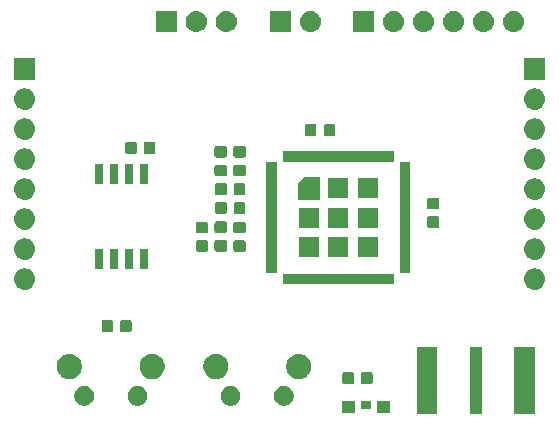
<source format=gbr>
G04 #@! TF.GenerationSoftware,KiCad,Pcbnew,(5.1.4)-1*
G04 #@! TF.CreationDate,2020-02-25T16:56:55+01:00*
G04 #@! TF.ProjectId,Master Thesis PCB,4d617374-6572-4205-9468-657369732050,rev?*
G04 #@! TF.SameCoordinates,Original*
G04 #@! TF.FileFunction,Soldermask,Top*
G04 #@! TF.FilePolarity,Negative*
%FSLAX46Y46*%
G04 Gerber Fmt 4.6, Leading zero omitted, Abs format (unit mm)*
G04 Created by KiCad (PCBNEW (5.1.4)-1) date 2020-02-25 16:56:55*
%MOMM*%
%LPD*%
G04 APERTURE LIST*
%ADD10C,0.001000*%
%ADD11C,0.100000*%
G04 APERTURE END LIST*
D10*
G36*
X125750000Y-89200000D02*
G01*
X125750000Y-91000000D01*
X123950000Y-91000000D01*
X123950000Y-89700000D01*
X124450000Y-89200000D01*
X125750000Y-89200000D01*
G37*
X125750000Y-89200000D02*
X125750000Y-91000000D01*
X123950000Y-91000000D01*
X123950000Y-89700000D01*
X124450000Y-89200000D01*
X125750000Y-89200000D01*
D11*
G36*
X144001000Y-109251000D02*
G01*
X142249000Y-109251000D01*
X142249000Y-103549000D01*
X144001000Y-103549000D01*
X144001000Y-109251000D01*
X144001000Y-109251000D01*
G37*
G36*
X139501000Y-109251000D02*
G01*
X138499000Y-109251000D01*
X138499000Y-103549000D01*
X139501000Y-103549000D01*
X139501000Y-109251000D01*
X139501000Y-109251000D01*
G37*
G36*
X135751000Y-109251000D02*
G01*
X133999000Y-109251000D01*
X133999000Y-103549000D01*
X135751000Y-103549000D01*
X135751000Y-109251000D01*
X135751000Y-109251000D01*
G37*
G36*
X131751000Y-109101000D02*
G01*
X130649000Y-109101000D01*
X130649000Y-108099000D01*
X131751000Y-108099000D01*
X131751000Y-109101000D01*
X131751000Y-109101000D01*
G37*
G36*
X128751000Y-109101000D02*
G01*
X127649000Y-109101000D01*
X127649000Y-108099000D01*
X128751000Y-108099000D01*
X128751000Y-109101000D01*
X128751000Y-109101000D01*
G37*
G36*
X130151000Y-108801000D02*
G01*
X129249000Y-108801000D01*
X129249000Y-108099000D01*
X130151000Y-108099000D01*
X130151000Y-108801000D01*
X130151000Y-108801000D01*
G37*
G36*
X122880444Y-106869151D02*
G01*
X122987540Y-106890454D01*
X123138863Y-106953134D01*
X123138864Y-106953135D01*
X123275048Y-107044130D01*
X123390870Y-107159952D01*
X123451533Y-107250741D01*
X123481866Y-107296137D01*
X123544546Y-107447460D01*
X123576500Y-107608104D01*
X123576500Y-107771896D01*
X123544546Y-107932540D01*
X123481866Y-108083863D01*
X123451533Y-108129259D01*
X123390870Y-108220048D01*
X123275048Y-108335870D01*
X123184259Y-108396533D01*
X123138863Y-108426866D01*
X122987540Y-108489546D01*
X122880444Y-108510849D01*
X122826897Y-108521500D01*
X122663103Y-108521500D01*
X122609556Y-108510849D01*
X122502460Y-108489546D01*
X122351137Y-108426866D01*
X122305741Y-108396533D01*
X122214952Y-108335870D01*
X122099130Y-108220048D01*
X122038467Y-108129259D01*
X122008134Y-108083863D01*
X121945454Y-107932540D01*
X121913500Y-107771896D01*
X121913500Y-107608104D01*
X121945454Y-107447460D01*
X122008134Y-107296137D01*
X122038467Y-107250741D01*
X122099130Y-107159952D01*
X122214952Y-107044130D01*
X122351136Y-106953135D01*
X122351137Y-106953134D01*
X122502460Y-106890454D01*
X122609556Y-106869151D01*
X122663103Y-106858500D01*
X122826897Y-106858500D01*
X122880444Y-106869151D01*
X122880444Y-106869151D01*
G37*
G36*
X110480444Y-106869151D02*
G01*
X110587540Y-106890454D01*
X110738863Y-106953134D01*
X110738864Y-106953135D01*
X110875048Y-107044130D01*
X110990870Y-107159952D01*
X111051533Y-107250741D01*
X111081866Y-107296137D01*
X111144546Y-107447460D01*
X111176500Y-107608104D01*
X111176500Y-107771896D01*
X111144546Y-107932540D01*
X111081866Y-108083863D01*
X111051533Y-108129259D01*
X110990870Y-108220048D01*
X110875048Y-108335870D01*
X110784259Y-108396533D01*
X110738863Y-108426866D01*
X110587540Y-108489546D01*
X110480444Y-108510849D01*
X110426897Y-108521500D01*
X110263103Y-108521500D01*
X110209556Y-108510849D01*
X110102460Y-108489546D01*
X109951137Y-108426866D01*
X109905741Y-108396533D01*
X109814952Y-108335870D01*
X109699130Y-108220048D01*
X109638467Y-108129259D01*
X109608134Y-108083863D01*
X109545454Y-107932540D01*
X109513500Y-107771896D01*
X109513500Y-107608104D01*
X109545454Y-107447460D01*
X109608134Y-107296137D01*
X109638467Y-107250741D01*
X109699130Y-107159952D01*
X109814952Y-107044130D01*
X109951136Y-106953135D01*
X109951137Y-106953134D01*
X110102460Y-106890454D01*
X110209556Y-106869151D01*
X110263103Y-106858500D01*
X110426897Y-106858500D01*
X110480444Y-106869151D01*
X110480444Y-106869151D01*
G37*
G36*
X105980444Y-106869151D02*
G01*
X106087540Y-106890454D01*
X106238863Y-106953134D01*
X106238864Y-106953135D01*
X106375048Y-107044130D01*
X106490870Y-107159952D01*
X106551533Y-107250741D01*
X106581866Y-107296137D01*
X106644546Y-107447460D01*
X106676500Y-107608104D01*
X106676500Y-107771896D01*
X106644546Y-107932540D01*
X106581866Y-108083863D01*
X106551533Y-108129259D01*
X106490870Y-108220048D01*
X106375048Y-108335870D01*
X106284259Y-108396533D01*
X106238863Y-108426866D01*
X106087540Y-108489546D01*
X105980444Y-108510849D01*
X105926897Y-108521500D01*
X105763103Y-108521500D01*
X105709556Y-108510849D01*
X105602460Y-108489546D01*
X105451137Y-108426866D01*
X105405741Y-108396533D01*
X105314952Y-108335870D01*
X105199130Y-108220048D01*
X105138467Y-108129259D01*
X105108134Y-108083863D01*
X105045454Y-107932540D01*
X105013500Y-107771896D01*
X105013500Y-107608104D01*
X105045454Y-107447460D01*
X105108134Y-107296137D01*
X105138467Y-107250741D01*
X105199130Y-107159952D01*
X105314952Y-107044130D01*
X105451136Y-106953135D01*
X105451137Y-106953134D01*
X105602460Y-106890454D01*
X105709556Y-106869151D01*
X105763103Y-106858500D01*
X105926897Y-106858500D01*
X105980444Y-106869151D01*
X105980444Y-106869151D01*
G37*
G36*
X118380444Y-106869151D02*
G01*
X118487540Y-106890454D01*
X118638863Y-106953134D01*
X118638864Y-106953135D01*
X118775048Y-107044130D01*
X118890870Y-107159952D01*
X118951533Y-107250741D01*
X118981866Y-107296137D01*
X119044546Y-107447460D01*
X119076500Y-107608104D01*
X119076500Y-107771896D01*
X119044546Y-107932540D01*
X118981866Y-108083863D01*
X118951533Y-108129259D01*
X118890870Y-108220048D01*
X118775048Y-108335870D01*
X118684259Y-108396533D01*
X118638863Y-108426866D01*
X118487540Y-108489546D01*
X118380444Y-108510849D01*
X118326897Y-108521500D01*
X118163103Y-108521500D01*
X118109556Y-108510849D01*
X118002460Y-108489546D01*
X117851137Y-108426866D01*
X117805741Y-108396533D01*
X117714952Y-108335870D01*
X117599130Y-108220048D01*
X117538467Y-108129259D01*
X117508134Y-108083863D01*
X117445454Y-107932540D01*
X117413500Y-107771896D01*
X117413500Y-107608104D01*
X117445454Y-107447460D01*
X117508134Y-107296137D01*
X117538467Y-107250741D01*
X117599130Y-107159952D01*
X117714952Y-107044130D01*
X117851136Y-106953135D01*
X117851137Y-106953134D01*
X118002460Y-106890454D01*
X118109556Y-106869151D01*
X118163103Y-106858500D01*
X118326897Y-106858500D01*
X118380444Y-106869151D01*
X118380444Y-106869151D01*
G37*
G36*
X130117091Y-105678085D02*
G01*
X130151069Y-105688393D01*
X130182390Y-105705134D01*
X130209839Y-105727661D01*
X130232366Y-105755110D01*
X130249107Y-105786431D01*
X130259415Y-105820409D01*
X130263500Y-105861890D01*
X130263500Y-106538110D01*
X130259415Y-106579591D01*
X130249107Y-106613569D01*
X130232366Y-106644890D01*
X130209839Y-106672339D01*
X130182390Y-106694866D01*
X130151069Y-106711607D01*
X130117091Y-106721915D01*
X130075610Y-106726000D01*
X129474390Y-106726000D01*
X129432909Y-106721915D01*
X129398931Y-106711607D01*
X129367610Y-106694866D01*
X129340161Y-106672339D01*
X129317634Y-106644890D01*
X129300893Y-106613569D01*
X129290585Y-106579591D01*
X129286500Y-106538110D01*
X129286500Y-105861890D01*
X129290585Y-105820409D01*
X129300893Y-105786431D01*
X129317634Y-105755110D01*
X129340161Y-105727661D01*
X129367610Y-105705134D01*
X129398931Y-105688393D01*
X129432909Y-105678085D01*
X129474390Y-105674000D01*
X130075610Y-105674000D01*
X130117091Y-105678085D01*
X130117091Y-105678085D01*
G37*
G36*
X128542091Y-105678085D02*
G01*
X128576069Y-105688393D01*
X128607390Y-105705134D01*
X128634839Y-105727661D01*
X128657366Y-105755110D01*
X128674107Y-105786431D01*
X128684415Y-105820409D01*
X128688500Y-105861890D01*
X128688500Y-106538110D01*
X128684415Y-106579591D01*
X128674107Y-106613569D01*
X128657366Y-106644890D01*
X128634839Y-106672339D01*
X128607390Y-106694866D01*
X128576069Y-106711607D01*
X128542091Y-106721915D01*
X128500610Y-106726000D01*
X127899390Y-106726000D01*
X127857909Y-106721915D01*
X127823931Y-106711607D01*
X127792610Y-106694866D01*
X127765161Y-106672339D01*
X127742634Y-106644890D01*
X127725893Y-106613569D01*
X127715585Y-106579591D01*
X127711500Y-106538110D01*
X127711500Y-105861890D01*
X127715585Y-105820409D01*
X127725893Y-105786431D01*
X127742634Y-105755110D01*
X127765161Y-105727661D01*
X127792610Y-105705134D01*
X127823931Y-105688393D01*
X127857909Y-105678085D01*
X127899390Y-105674000D01*
X128500610Y-105674000D01*
X128542091Y-105678085D01*
X128542091Y-105678085D01*
G37*
G36*
X111807576Y-104156444D02*
G01*
X111910357Y-104176889D01*
X112007175Y-104216993D01*
X112103994Y-104257096D01*
X112278258Y-104373535D01*
X112426465Y-104521742D01*
X112542904Y-104696006D01*
X112623111Y-104889644D01*
X112664000Y-105095204D01*
X112664000Y-105304796D01*
X112623111Y-105510356D01*
X112542904Y-105703994D01*
X112426465Y-105878258D01*
X112278258Y-106026465D01*
X112103994Y-106142904D01*
X112007175Y-106183007D01*
X111910357Y-106223111D01*
X111807576Y-106243556D01*
X111704796Y-106264000D01*
X111495204Y-106264000D01*
X111392424Y-106243555D01*
X111289643Y-106223111D01*
X111192825Y-106183008D01*
X111096006Y-106142904D01*
X110921742Y-106026465D01*
X110773535Y-105878258D01*
X110657096Y-105703994D01*
X110576889Y-105510356D01*
X110536000Y-105304796D01*
X110536000Y-105095204D01*
X110576889Y-104889644D01*
X110657096Y-104696006D01*
X110773535Y-104521742D01*
X110921742Y-104373535D01*
X111096006Y-104257096D01*
X111192825Y-104216992D01*
X111289643Y-104176889D01*
X111392424Y-104156444D01*
X111495204Y-104136000D01*
X111704796Y-104136000D01*
X111807576Y-104156444D01*
X111807576Y-104156444D01*
G37*
G36*
X124207576Y-104156444D02*
G01*
X124310357Y-104176889D01*
X124407175Y-104216993D01*
X124503994Y-104257096D01*
X124678258Y-104373535D01*
X124826465Y-104521742D01*
X124942904Y-104696006D01*
X125023111Y-104889644D01*
X125064000Y-105095204D01*
X125064000Y-105304796D01*
X125023111Y-105510356D01*
X124942904Y-105703994D01*
X124826465Y-105878258D01*
X124678258Y-106026465D01*
X124503994Y-106142904D01*
X124407175Y-106183007D01*
X124310357Y-106223111D01*
X124207576Y-106243556D01*
X124104796Y-106264000D01*
X123895204Y-106264000D01*
X123792424Y-106243555D01*
X123689643Y-106223111D01*
X123592825Y-106183008D01*
X123496006Y-106142904D01*
X123321742Y-106026465D01*
X123173535Y-105878258D01*
X123057096Y-105703994D01*
X122976889Y-105510356D01*
X122936000Y-105304796D01*
X122936000Y-105095204D01*
X122976889Y-104889644D01*
X123057096Y-104696006D01*
X123173535Y-104521742D01*
X123321742Y-104373535D01*
X123496006Y-104257096D01*
X123592825Y-104216992D01*
X123689643Y-104176889D01*
X123792424Y-104156444D01*
X123895204Y-104136000D01*
X124104796Y-104136000D01*
X124207576Y-104156444D01*
X124207576Y-104156444D01*
G37*
G36*
X117197576Y-104156444D02*
G01*
X117300357Y-104176889D01*
X117397175Y-104216993D01*
X117493994Y-104257096D01*
X117668258Y-104373535D01*
X117816465Y-104521742D01*
X117932904Y-104696006D01*
X118013111Y-104889644D01*
X118054000Y-105095204D01*
X118054000Y-105304796D01*
X118013111Y-105510356D01*
X117932904Y-105703994D01*
X117816465Y-105878258D01*
X117668258Y-106026465D01*
X117493994Y-106142904D01*
X117397175Y-106183007D01*
X117300357Y-106223111D01*
X117197576Y-106243556D01*
X117094796Y-106264000D01*
X116885204Y-106264000D01*
X116782424Y-106243555D01*
X116679643Y-106223111D01*
X116582825Y-106183008D01*
X116486006Y-106142904D01*
X116311742Y-106026465D01*
X116163535Y-105878258D01*
X116047096Y-105703994D01*
X115966889Y-105510356D01*
X115926000Y-105304796D01*
X115926000Y-105095204D01*
X115966889Y-104889644D01*
X116047096Y-104696006D01*
X116163535Y-104521742D01*
X116311742Y-104373535D01*
X116486006Y-104257096D01*
X116582825Y-104216992D01*
X116679643Y-104176889D01*
X116782424Y-104156444D01*
X116885204Y-104136000D01*
X117094796Y-104136000D01*
X117197576Y-104156444D01*
X117197576Y-104156444D01*
G37*
G36*
X104797576Y-104156444D02*
G01*
X104900357Y-104176889D01*
X104997175Y-104216993D01*
X105093994Y-104257096D01*
X105268258Y-104373535D01*
X105416465Y-104521742D01*
X105532904Y-104696006D01*
X105613111Y-104889644D01*
X105654000Y-105095204D01*
X105654000Y-105304796D01*
X105613111Y-105510356D01*
X105532904Y-105703994D01*
X105416465Y-105878258D01*
X105268258Y-106026465D01*
X105093994Y-106142904D01*
X104997175Y-106183007D01*
X104900357Y-106223111D01*
X104797576Y-106243556D01*
X104694796Y-106264000D01*
X104485204Y-106264000D01*
X104382424Y-106243555D01*
X104279643Y-106223111D01*
X104182825Y-106183008D01*
X104086006Y-106142904D01*
X103911742Y-106026465D01*
X103763535Y-105878258D01*
X103647096Y-105703994D01*
X103566889Y-105510356D01*
X103526000Y-105304796D01*
X103526000Y-105095204D01*
X103566889Y-104889644D01*
X103647096Y-104696006D01*
X103763535Y-104521742D01*
X103911742Y-104373535D01*
X104086006Y-104257096D01*
X104182825Y-104216992D01*
X104279643Y-104176889D01*
X104382424Y-104156444D01*
X104485204Y-104136000D01*
X104694796Y-104136000D01*
X104797576Y-104156444D01*
X104797576Y-104156444D01*
G37*
G36*
X108142091Y-101278085D02*
G01*
X108176069Y-101288393D01*
X108207390Y-101305134D01*
X108234839Y-101327661D01*
X108257366Y-101355110D01*
X108274107Y-101386431D01*
X108284415Y-101420409D01*
X108288500Y-101461890D01*
X108288500Y-102138110D01*
X108284415Y-102179591D01*
X108274107Y-102213569D01*
X108257366Y-102244890D01*
X108234839Y-102272339D01*
X108207390Y-102294866D01*
X108176069Y-102311607D01*
X108142091Y-102321915D01*
X108100610Y-102326000D01*
X107499390Y-102326000D01*
X107457909Y-102321915D01*
X107423931Y-102311607D01*
X107392610Y-102294866D01*
X107365161Y-102272339D01*
X107342634Y-102244890D01*
X107325893Y-102213569D01*
X107315585Y-102179591D01*
X107311500Y-102138110D01*
X107311500Y-101461890D01*
X107315585Y-101420409D01*
X107325893Y-101386431D01*
X107342634Y-101355110D01*
X107365161Y-101327661D01*
X107392610Y-101305134D01*
X107423931Y-101288393D01*
X107457909Y-101278085D01*
X107499390Y-101274000D01*
X108100610Y-101274000D01*
X108142091Y-101278085D01*
X108142091Y-101278085D01*
G37*
G36*
X109717091Y-101278085D02*
G01*
X109751069Y-101288393D01*
X109782390Y-101305134D01*
X109809839Y-101327661D01*
X109832366Y-101355110D01*
X109849107Y-101386431D01*
X109859415Y-101420409D01*
X109863500Y-101461890D01*
X109863500Y-102138110D01*
X109859415Y-102179591D01*
X109849107Y-102213569D01*
X109832366Y-102244890D01*
X109809839Y-102272339D01*
X109782390Y-102294866D01*
X109751069Y-102311607D01*
X109717091Y-102321915D01*
X109675610Y-102326000D01*
X109074390Y-102326000D01*
X109032909Y-102321915D01*
X108998931Y-102311607D01*
X108967610Y-102294866D01*
X108940161Y-102272339D01*
X108917634Y-102244890D01*
X108900893Y-102213569D01*
X108890585Y-102179591D01*
X108886500Y-102138110D01*
X108886500Y-101461890D01*
X108890585Y-101420409D01*
X108900893Y-101386431D01*
X108917634Y-101355110D01*
X108940161Y-101327661D01*
X108967610Y-101305134D01*
X108998931Y-101288393D01*
X109032909Y-101278085D01*
X109074390Y-101274000D01*
X109675610Y-101274000D01*
X109717091Y-101278085D01*
X109717091Y-101278085D01*
G37*
G36*
X100910443Y-96905519D02*
G01*
X100976627Y-96912037D01*
X101146466Y-96963557D01*
X101302991Y-97047222D01*
X101338729Y-97076552D01*
X101440186Y-97159814D01*
X101523448Y-97261271D01*
X101552778Y-97297009D01*
X101636443Y-97453534D01*
X101687963Y-97623373D01*
X101705359Y-97800000D01*
X101687963Y-97976627D01*
X101636443Y-98146466D01*
X101552778Y-98302991D01*
X101523448Y-98338729D01*
X101440186Y-98440186D01*
X101338729Y-98523448D01*
X101302991Y-98552778D01*
X101146466Y-98636443D01*
X100976627Y-98687963D01*
X100910443Y-98694481D01*
X100844260Y-98701000D01*
X100755740Y-98701000D01*
X100689557Y-98694481D01*
X100623373Y-98687963D01*
X100453534Y-98636443D01*
X100297009Y-98552778D01*
X100261271Y-98523448D01*
X100159814Y-98440186D01*
X100076552Y-98338729D01*
X100047222Y-98302991D01*
X99963557Y-98146466D01*
X99912037Y-97976627D01*
X99894641Y-97800000D01*
X99912037Y-97623373D01*
X99963557Y-97453534D01*
X100047222Y-97297009D01*
X100076552Y-97261271D01*
X100159814Y-97159814D01*
X100261271Y-97076552D01*
X100297009Y-97047222D01*
X100453534Y-96963557D01*
X100623373Y-96912037D01*
X100689557Y-96905519D01*
X100755740Y-96899000D01*
X100844260Y-96899000D01*
X100910443Y-96905519D01*
X100910443Y-96905519D01*
G37*
G36*
X144090443Y-96905519D02*
G01*
X144156627Y-96912037D01*
X144326466Y-96963557D01*
X144482991Y-97047222D01*
X144518729Y-97076552D01*
X144620186Y-97159814D01*
X144703448Y-97261271D01*
X144732778Y-97297009D01*
X144816443Y-97453534D01*
X144867963Y-97623373D01*
X144885359Y-97800000D01*
X144867963Y-97976627D01*
X144816443Y-98146466D01*
X144732778Y-98302991D01*
X144703448Y-98338729D01*
X144620186Y-98440186D01*
X144518729Y-98523448D01*
X144482991Y-98552778D01*
X144326466Y-98636443D01*
X144156627Y-98687963D01*
X144090443Y-98694481D01*
X144024260Y-98701000D01*
X143935740Y-98701000D01*
X143869557Y-98694481D01*
X143803373Y-98687963D01*
X143633534Y-98636443D01*
X143477009Y-98552778D01*
X143441271Y-98523448D01*
X143339814Y-98440186D01*
X143256552Y-98338729D01*
X143227222Y-98302991D01*
X143143557Y-98146466D01*
X143092037Y-97976627D01*
X143074641Y-97800000D01*
X143092037Y-97623373D01*
X143143557Y-97453534D01*
X143227222Y-97297009D01*
X143256552Y-97261271D01*
X143339814Y-97159814D01*
X143441271Y-97076552D01*
X143477009Y-97047222D01*
X143633534Y-96963557D01*
X143803373Y-96912037D01*
X143869557Y-96905519D01*
X143935740Y-96899000D01*
X144024260Y-96899000D01*
X144090443Y-96905519D01*
X144090443Y-96905519D01*
G37*
G36*
X132051000Y-98251000D02*
G01*
X122649000Y-98251000D01*
X122649000Y-97349000D01*
X132051000Y-97349000D01*
X132051000Y-98251000D01*
X132051000Y-98251000D01*
G37*
G36*
X122151000Y-97301000D02*
G01*
X121249000Y-97301000D01*
X121249000Y-87899000D01*
X122151000Y-87899000D01*
X122151000Y-97301000D01*
X122151000Y-97301000D01*
G37*
G36*
X133451000Y-97301000D02*
G01*
X132549000Y-97301000D01*
X132549000Y-87899000D01*
X133451000Y-87899000D01*
X133451000Y-97301000D01*
X133451000Y-97301000D01*
G37*
G36*
X111164928Y-95251764D02*
G01*
X111186009Y-95258160D01*
X111205445Y-95268548D01*
X111222476Y-95282524D01*
X111236452Y-95299555D01*
X111246840Y-95318991D01*
X111253236Y-95340072D01*
X111256000Y-95368140D01*
X111256000Y-96831860D01*
X111253236Y-96859928D01*
X111246840Y-96881009D01*
X111236452Y-96900445D01*
X111222476Y-96917476D01*
X111205445Y-96931452D01*
X111186009Y-96941840D01*
X111164928Y-96948236D01*
X111136860Y-96951000D01*
X110673140Y-96951000D01*
X110645072Y-96948236D01*
X110623991Y-96941840D01*
X110604555Y-96931452D01*
X110587524Y-96917476D01*
X110573548Y-96900445D01*
X110563160Y-96881009D01*
X110556764Y-96859928D01*
X110554000Y-96831860D01*
X110554000Y-95368140D01*
X110556764Y-95340072D01*
X110563160Y-95318991D01*
X110573548Y-95299555D01*
X110587524Y-95282524D01*
X110604555Y-95268548D01*
X110623991Y-95258160D01*
X110645072Y-95251764D01*
X110673140Y-95249000D01*
X111136860Y-95249000D01*
X111164928Y-95251764D01*
X111164928Y-95251764D01*
G37*
G36*
X107354928Y-95251764D02*
G01*
X107376009Y-95258160D01*
X107395445Y-95268548D01*
X107412476Y-95282524D01*
X107426452Y-95299555D01*
X107436840Y-95318991D01*
X107443236Y-95340072D01*
X107446000Y-95368140D01*
X107446000Y-96831860D01*
X107443236Y-96859928D01*
X107436840Y-96881009D01*
X107426452Y-96900445D01*
X107412476Y-96917476D01*
X107395445Y-96931452D01*
X107376009Y-96941840D01*
X107354928Y-96948236D01*
X107326860Y-96951000D01*
X106863140Y-96951000D01*
X106835072Y-96948236D01*
X106813991Y-96941840D01*
X106794555Y-96931452D01*
X106777524Y-96917476D01*
X106763548Y-96900445D01*
X106753160Y-96881009D01*
X106746764Y-96859928D01*
X106744000Y-96831860D01*
X106744000Y-95368140D01*
X106746764Y-95340072D01*
X106753160Y-95318991D01*
X106763548Y-95299555D01*
X106777524Y-95282524D01*
X106794555Y-95268548D01*
X106813991Y-95258160D01*
X106835072Y-95251764D01*
X106863140Y-95249000D01*
X107326860Y-95249000D01*
X107354928Y-95251764D01*
X107354928Y-95251764D01*
G37*
G36*
X109894928Y-95251764D02*
G01*
X109916009Y-95258160D01*
X109935445Y-95268548D01*
X109952476Y-95282524D01*
X109966452Y-95299555D01*
X109976840Y-95318991D01*
X109983236Y-95340072D01*
X109986000Y-95368140D01*
X109986000Y-96831860D01*
X109983236Y-96859928D01*
X109976840Y-96881009D01*
X109966452Y-96900445D01*
X109952476Y-96917476D01*
X109935445Y-96931452D01*
X109916009Y-96941840D01*
X109894928Y-96948236D01*
X109866860Y-96951000D01*
X109403140Y-96951000D01*
X109375072Y-96948236D01*
X109353991Y-96941840D01*
X109334555Y-96931452D01*
X109317524Y-96917476D01*
X109303548Y-96900445D01*
X109293160Y-96881009D01*
X109286764Y-96859928D01*
X109284000Y-96831860D01*
X109284000Y-95368140D01*
X109286764Y-95340072D01*
X109293160Y-95318991D01*
X109303548Y-95299555D01*
X109317524Y-95282524D01*
X109334555Y-95268548D01*
X109353991Y-95258160D01*
X109375072Y-95251764D01*
X109403140Y-95249000D01*
X109866860Y-95249000D01*
X109894928Y-95251764D01*
X109894928Y-95251764D01*
G37*
G36*
X108624928Y-95251764D02*
G01*
X108646009Y-95258160D01*
X108665445Y-95268548D01*
X108682476Y-95282524D01*
X108696452Y-95299555D01*
X108706840Y-95318991D01*
X108713236Y-95340072D01*
X108716000Y-95368140D01*
X108716000Y-96831860D01*
X108713236Y-96859928D01*
X108706840Y-96881009D01*
X108696452Y-96900445D01*
X108682476Y-96917476D01*
X108665445Y-96931452D01*
X108646009Y-96941840D01*
X108624928Y-96948236D01*
X108596860Y-96951000D01*
X108133140Y-96951000D01*
X108105072Y-96948236D01*
X108083991Y-96941840D01*
X108064555Y-96931452D01*
X108047524Y-96917476D01*
X108033548Y-96900445D01*
X108023160Y-96881009D01*
X108016764Y-96859928D01*
X108014000Y-96831860D01*
X108014000Y-95368140D01*
X108016764Y-95340072D01*
X108023160Y-95318991D01*
X108033548Y-95299555D01*
X108047524Y-95282524D01*
X108064555Y-95268548D01*
X108083991Y-95258160D01*
X108105072Y-95251764D01*
X108133140Y-95249000D01*
X108596860Y-95249000D01*
X108624928Y-95251764D01*
X108624928Y-95251764D01*
G37*
G36*
X144090443Y-94365519D02*
G01*
X144156627Y-94372037D01*
X144326466Y-94423557D01*
X144482991Y-94507222D01*
X144510858Y-94530092D01*
X144620186Y-94619814D01*
X144703448Y-94721271D01*
X144732778Y-94757009D01*
X144816443Y-94913534D01*
X144867963Y-95083373D01*
X144885359Y-95260000D01*
X144867963Y-95436627D01*
X144816443Y-95606466D01*
X144732778Y-95762991D01*
X144703448Y-95798729D01*
X144620186Y-95900186D01*
X144518729Y-95983448D01*
X144482991Y-96012778D01*
X144326466Y-96096443D01*
X144156627Y-96147963D01*
X144090442Y-96154482D01*
X144024260Y-96161000D01*
X143935740Y-96161000D01*
X143869558Y-96154482D01*
X143803373Y-96147963D01*
X143633534Y-96096443D01*
X143477009Y-96012778D01*
X143441271Y-95983448D01*
X143339814Y-95900186D01*
X143256552Y-95798729D01*
X143227222Y-95762991D01*
X143143557Y-95606466D01*
X143092037Y-95436627D01*
X143074641Y-95260000D01*
X143092037Y-95083373D01*
X143143557Y-94913534D01*
X143227222Y-94757009D01*
X143256552Y-94721271D01*
X143339814Y-94619814D01*
X143449142Y-94530092D01*
X143477009Y-94507222D01*
X143633534Y-94423557D01*
X143803373Y-94372037D01*
X143869558Y-94365518D01*
X143935740Y-94359000D01*
X144024260Y-94359000D01*
X144090443Y-94365519D01*
X144090443Y-94365519D01*
G37*
G36*
X100910443Y-94365519D02*
G01*
X100976627Y-94372037D01*
X101146466Y-94423557D01*
X101302991Y-94507222D01*
X101330858Y-94530092D01*
X101440186Y-94619814D01*
X101523448Y-94721271D01*
X101552778Y-94757009D01*
X101636443Y-94913534D01*
X101687963Y-95083373D01*
X101705359Y-95260000D01*
X101687963Y-95436627D01*
X101636443Y-95606466D01*
X101552778Y-95762991D01*
X101523448Y-95798729D01*
X101440186Y-95900186D01*
X101338729Y-95983448D01*
X101302991Y-96012778D01*
X101146466Y-96096443D01*
X100976627Y-96147963D01*
X100910442Y-96154482D01*
X100844260Y-96161000D01*
X100755740Y-96161000D01*
X100689558Y-96154482D01*
X100623373Y-96147963D01*
X100453534Y-96096443D01*
X100297009Y-96012778D01*
X100261271Y-95983448D01*
X100159814Y-95900186D01*
X100076552Y-95798729D01*
X100047222Y-95762991D01*
X99963557Y-95606466D01*
X99912037Y-95436627D01*
X99894641Y-95260000D01*
X99912037Y-95083373D01*
X99963557Y-94913534D01*
X100047222Y-94757009D01*
X100076552Y-94721271D01*
X100159814Y-94619814D01*
X100269142Y-94530092D01*
X100297009Y-94507222D01*
X100453534Y-94423557D01*
X100623373Y-94372037D01*
X100689557Y-94365519D01*
X100755740Y-94359000D01*
X100844260Y-94359000D01*
X100910443Y-94365519D01*
X100910443Y-94365519D01*
G37*
G36*
X125701000Y-95951000D02*
G01*
X123999000Y-95951000D01*
X123999000Y-94249000D01*
X125701000Y-94249000D01*
X125701000Y-95951000D01*
X125701000Y-95951000D01*
G37*
G36*
X128201000Y-95951000D02*
G01*
X126499000Y-95951000D01*
X126499000Y-94249000D01*
X128201000Y-94249000D01*
X128201000Y-95951000D01*
X128201000Y-95951000D01*
G37*
G36*
X130701000Y-95951000D02*
G01*
X128999000Y-95951000D01*
X128999000Y-94249000D01*
X130701000Y-94249000D01*
X130701000Y-95951000D01*
X130701000Y-95951000D01*
G37*
G36*
X119379591Y-94515585D02*
G01*
X119413569Y-94525893D01*
X119444890Y-94542634D01*
X119472339Y-94565161D01*
X119494866Y-94592610D01*
X119511607Y-94623931D01*
X119521915Y-94657909D01*
X119526000Y-94699390D01*
X119526000Y-95300610D01*
X119521915Y-95342091D01*
X119511607Y-95376069D01*
X119494866Y-95407390D01*
X119472339Y-95434839D01*
X119444890Y-95457366D01*
X119413569Y-95474107D01*
X119379591Y-95484415D01*
X119338110Y-95488500D01*
X118661890Y-95488500D01*
X118620409Y-95484415D01*
X118586431Y-95474107D01*
X118555110Y-95457366D01*
X118527661Y-95434839D01*
X118505134Y-95407390D01*
X118488393Y-95376069D01*
X118478085Y-95342091D01*
X118474000Y-95300610D01*
X118474000Y-94699390D01*
X118478085Y-94657909D01*
X118488393Y-94623931D01*
X118505134Y-94592610D01*
X118527661Y-94565161D01*
X118555110Y-94542634D01*
X118586431Y-94525893D01*
X118620409Y-94515585D01*
X118661890Y-94511500D01*
X119338110Y-94511500D01*
X119379591Y-94515585D01*
X119379591Y-94515585D01*
G37*
G36*
X116179591Y-94515585D02*
G01*
X116213569Y-94525893D01*
X116244890Y-94542634D01*
X116272339Y-94565161D01*
X116294866Y-94592610D01*
X116311607Y-94623931D01*
X116321915Y-94657909D01*
X116326000Y-94699390D01*
X116326000Y-95300610D01*
X116321915Y-95342091D01*
X116311607Y-95376069D01*
X116294866Y-95407390D01*
X116272339Y-95434839D01*
X116244890Y-95457366D01*
X116213569Y-95474107D01*
X116179591Y-95484415D01*
X116138110Y-95488500D01*
X115461890Y-95488500D01*
X115420409Y-95484415D01*
X115386431Y-95474107D01*
X115355110Y-95457366D01*
X115327661Y-95434839D01*
X115305134Y-95407390D01*
X115288393Y-95376069D01*
X115278085Y-95342091D01*
X115274000Y-95300610D01*
X115274000Y-94699390D01*
X115278085Y-94657909D01*
X115288393Y-94623931D01*
X115305134Y-94592610D01*
X115327661Y-94565161D01*
X115355110Y-94542634D01*
X115386431Y-94525893D01*
X115420409Y-94515585D01*
X115461890Y-94511500D01*
X116138110Y-94511500D01*
X116179591Y-94515585D01*
X116179591Y-94515585D01*
G37*
G36*
X117779591Y-94503085D02*
G01*
X117813569Y-94513393D01*
X117844890Y-94530134D01*
X117872339Y-94552661D01*
X117894866Y-94580110D01*
X117911607Y-94611431D01*
X117921915Y-94645409D01*
X117926000Y-94686890D01*
X117926000Y-95288110D01*
X117921915Y-95329591D01*
X117911607Y-95363569D01*
X117894866Y-95394890D01*
X117872339Y-95422339D01*
X117844890Y-95444866D01*
X117813569Y-95461607D01*
X117779591Y-95471915D01*
X117738110Y-95476000D01*
X117061890Y-95476000D01*
X117020409Y-95471915D01*
X116986431Y-95461607D01*
X116955110Y-95444866D01*
X116927661Y-95422339D01*
X116905134Y-95394890D01*
X116888393Y-95363569D01*
X116878085Y-95329591D01*
X116874000Y-95288110D01*
X116874000Y-94686890D01*
X116878085Y-94645409D01*
X116888393Y-94611431D01*
X116905134Y-94580110D01*
X116927661Y-94552661D01*
X116955110Y-94530134D01*
X116986431Y-94513393D01*
X117020409Y-94503085D01*
X117061890Y-94499000D01*
X117738110Y-94499000D01*
X117779591Y-94503085D01*
X117779591Y-94503085D01*
G37*
G36*
X119379591Y-92940585D02*
G01*
X119413569Y-92950893D01*
X119444890Y-92967634D01*
X119472339Y-92990161D01*
X119494866Y-93017610D01*
X119511607Y-93048931D01*
X119521915Y-93082909D01*
X119526000Y-93124390D01*
X119526000Y-93725610D01*
X119521915Y-93767091D01*
X119511607Y-93801069D01*
X119494866Y-93832390D01*
X119472339Y-93859839D01*
X119444890Y-93882366D01*
X119413569Y-93899107D01*
X119379591Y-93909415D01*
X119338110Y-93913500D01*
X118661890Y-93913500D01*
X118620409Y-93909415D01*
X118586431Y-93899107D01*
X118555110Y-93882366D01*
X118527661Y-93859839D01*
X118505134Y-93832390D01*
X118488393Y-93801069D01*
X118478085Y-93767091D01*
X118474000Y-93725610D01*
X118474000Y-93124390D01*
X118478085Y-93082909D01*
X118488393Y-93048931D01*
X118505134Y-93017610D01*
X118527661Y-92990161D01*
X118555110Y-92967634D01*
X118586431Y-92950893D01*
X118620409Y-92940585D01*
X118661890Y-92936500D01*
X119338110Y-92936500D01*
X119379591Y-92940585D01*
X119379591Y-92940585D01*
G37*
G36*
X116179591Y-92940585D02*
G01*
X116213569Y-92950893D01*
X116244890Y-92967634D01*
X116272339Y-92990161D01*
X116294866Y-93017610D01*
X116311607Y-93048931D01*
X116321915Y-93082909D01*
X116326000Y-93124390D01*
X116326000Y-93725610D01*
X116321915Y-93767091D01*
X116311607Y-93801069D01*
X116294866Y-93832390D01*
X116272339Y-93859839D01*
X116244890Y-93882366D01*
X116213569Y-93899107D01*
X116179591Y-93909415D01*
X116138110Y-93913500D01*
X115461890Y-93913500D01*
X115420409Y-93909415D01*
X115386431Y-93899107D01*
X115355110Y-93882366D01*
X115327661Y-93859839D01*
X115305134Y-93832390D01*
X115288393Y-93801069D01*
X115278085Y-93767091D01*
X115274000Y-93725610D01*
X115274000Y-93124390D01*
X115278085Y-93082909D01*
X115288393Y-93048931D01*
X115305134Y-93017610D01*
X115327661Y-92990161D01*
X115355110Y-92967634D01*
X115386431Y-92950893D01*
X115420409Y-92940585D01*
X115461890Y-92936500D01*
X116138110Y-92936500D01*
X116179591Y-92940585D01*
X116179591Y-92940585D01*
G37*
G36*
X117779591Y-92928085D02*
G01*
X117813569Y-92938393D01*
X117844890Y-92955134D01*
X117872339Y-92977661D01*
X117894866Y-93005110D01*
X117911607Y-93036431D01*
X117921915Y-93070409D01*
X117926000Y-93111890D01*
X117926000Y-93713110D01*
X117921915Y-93754591D01*
X117911607Y-93788569D01*
X117894866Y-93819890D01*
X117872339Y-93847339D01*
X117844890Y-93869866D01*
X117813569Y-93886607D01*
X117779591Y-93896915D01*
X117738110Y-93901000D01*
X117061890Y-93901000D01*
X117020409Y-93896915D01*
X116986431Y-93886607D01*
X116955110Y-93869866D01*
X116927661Y-93847339D01*
X116905134Y-93819890D01*
X116888393Y-93788569D01*
X116878085Y-93754591D01*
X116874000Y-93713110D01*
X116874000Y-93111890D01*
X116878085Y-93070409D01*
X116888393Y-93036431D01*
X116905134Y-93005110D01*
X116927661Y-92977661D01*
X116955110Y-92955134D01*
X116986431Y-92938393D01*
X117020409Y-92928085D01*
X117061890Y-92924000D01*
X117738110Y-92924000D01*
X117779591Y-92928085D01*
X117779591Y-92928085D01*
G37*
G36*
X100910443Y-91825519D02*
G01*
X100976627Y-91832037D01*
X101146466Y-91883557D01*
X101302991Y-91967222D01*
X101338729Y-91996552D01*
X101440186Y-92079814D01*
X101522070Y-92179591D01*
X101552778Y-92217009D01*
X101636443Y-92373534D01*
X101687963Y-92543373D01*
X101705359Y-92720000D01*
X101687963Y-92896627D01*
X101636443Y-93066466D01*
X101552778Y-93222991D01*
X101523448Y-93258729D01*
X101440186Y-93360186D01*
X101352233Y-93432366D01*
X101302991Y-93472778D01*
X101146466Y-93556443D01*
X100976627Y-93607963D01*
X100910443Y-93614481D01*
X100844260Y-93621000D01*
X100755740Y-93621000D01*
X100689557Y-93614481D01*
X100623373Y-93607963D01*
X100453534Y-93556443D01*
X100297009Y-93472778D01*
X100247767Y-93432366D01*
X100159814Y-93360186D01*
X100076552Y-93258729D01*
X100047222Y-93222991D01*
X99963557Y-93066466D01*
X99912037Y-92896627D01*
X99894641Y-92720000D01*
X99912037Y-92543373D01*
X99963557Y-92373534D01*
X100047222Y-92217009D01*
X100077930Y-92179591D01*
X100159814Y-92079814D01*
X100261271Y-91996552D01*
X100297009Y-91967222D01*
X100453534Y-91883557D01*
X100623373Y-91832037D01*
X100689557Y-91825519D01*
X100755740Y-91819000D01*
X100844260Y-91819000D01*
X100910443Y-91825519D01*
X100910443Y-91825519D01*
G37*
G36*
X144090443Y-91825519D02*
G01*
X144156627Y-91832037D01*
X144326466Y-91883557D01*
X144482991Y-91967222D01*
X144518729Y-91996552D01*
X144620186Y-92079814D01*
X144702070Y-92179591D01*
X144732778Y-92217009D01*
X144816443Y-92373534D01*
X144867963Y-92543373D01*
X144885359Y-92720000D01*
X144867963Y-92896627D01*
X144816443Y-93066466D01*
X144732778Y-93222991D01*
X144703448Y-93258729D01*
X144620186Y-93360186D01*
X144532233Y-93432366D01*
X144482991Y-93472778D01*
X144326466Y-93556443D01*
X144156627Y-93607963D01*
X144090443Y-93614481D01*
X144024260Y-93621000D01*
X143935740Y-93621000D01*
X143869557Y-93614481D01*
X143803373Y-93607963D01*
X143633534Y-93556443D01*
X143477009Y-93472778D01*
X143427767Y-93432366D01*
X143339814Y-93360186D01*
X143256552Y-93258729D01*
X143227222Y-93222991D01*
X143143557Y-93066466D01*
X143092037Y-92896627D01*
X143074641Y-92720000D01*
X143092037Y-92543373D01*
X143143557Y-92373534D01*
X143227222Y-92217009D01*
X143257930Y-92179591D01*
X143339814Y-92079814D01*
X143441271Y-91996552D01*
X143477009Y-91967222D01*
X143633534Y-91883557D01*
X143803373Y-91832037D01*
X143869557Y-91825519D01*
X143935740Y-91819000D01*
X144024260Y-91819000D01*
X144090443Y-91825519D01*
X144090443Y-91825519D01*
G37*
G36*
X135779591Y-92490585D02*
G01*
X135813569Y-92500893D01*
X135844890Y-92517634D01*
X135872339Y-92540161D01*
X135894866Y-92567610D01*
X135911607Y-92598931D01*
X135921915Y-92632909D01*
X135926000Y-92674390D01*
X135926000Y-93275610D01*
X135921915Y-93317091D01*
X135911607Y-93351069D01*
X135894866Y-93382390D01*
X135872339Y-93409839D01*
X135844890Y-93432366D01*
X135813569Y-93449107D01*
X135779591Y-93459415D01*
X135738110Y-93463500D01*
X135061890Y-93463500D01*
X135020409Y-93459415D01*
X134986431Y-93449107D01*
X134955110Y-93432366D01*
X134927661Y-93409839D01*
X134905134Y-93382390D01*
X134888393Y-93351069D01*
X134878085Y-93317091D01*
X134874000Y-93275610D01*
X134874000Y-92674390D01*
X134878085Y-92632909D01*
X134888393Y-92598931D01*
X134905134Y-92567610D01*
X134927661Y-92540161D01*
X134955110Y-92517634D01*
X134986431Y-92500893D01*
X135020409Y-92490585D01*
X135061890Y-92486500D01*
X135738110Y-92486500D01*
X135779591Y-92490585D01*
X135779591Y-92490585D01*
G37*
G36*
X130701000Y-93451000D02*
G01*
X128999000Y-93451000D01*
X128999000Y-91749000D01*
X130701000Y-91749000D01*
X130701000Y-93451000D01*
X130701000Y-93451000D01*
G37*
G36*
X125701000Y-93451000D02*
G01*
X123999000Y-93451000D01*
X123999000Y-91749000D01*
X125701000Y-91749000D01*
X125701000Y-93451000D01*
X125701000Y-93451000D01*
G37*
G36*
X128201000Y-93451000D02*
G01*
X126499000Y-93451000D01*
X126499000Y-91749000D01*
X128201000Y-91749000D01*
X128201000Y-93451000D01*
X128201000Y-93451000D01*
G37*
G36*
X117767091Y-91278085D02*
G01*
X117801069Y-91288393D01*
X117832390Y-91305134D01*
X117859839Y-91327661D01*
X117882366Y-91355110D01*
X117899107Y-91386431D01*
X117909415Y-91420409D01*
X117913500Y-91461890D01*
X117913500Y-92138110D01*
X117909415Y-92179591D01*
X117899107Y-92213569D01*
X117882366Y-92244890D01*
X117859839Y-92272339D01*
X117832390Y-92294866D01*
X117801069Y-92311607D01*
X117767091Y-92321915D01*
X117725610Y-92326000D01*
X117124390Y-92326000D01*
X117082909Y-92321915D01*
X117048931Y-92311607D01*
X117017610Y-92294866D01*
X116990161Y-92272339D01*
X116967634Y-92244890D01*
X116950893Y-92213569D01*
X116940585Y-92179591D01*
X116936500Y-92138110D01*
X116936500Y-91461890D01*
X116940585Y-91420409D01*
X116950893Y-91386431D01*
X116967634Y-91355110D01*
X116990161Y-91327661D01*
X117017610Y-91305134D01*
X117048931Y-91288393D01*
X117082909Y-91278085D01*
X117124390Y-91274000D01*
X117725610Y-91274000D01*
X117767091Y-91278085D01*
X117767091Y-91278085D01*
G37*
G36*
X119342091Y-91278085D02*
G01*
X119376069Y-91288393D01*
X119407390Y-91305134D01*
X119434839Y-91327661D01*
X119457366Y-91355110D01*
X119474107Y-91386431D01*
X119484415Y-91420409D01*
X119488500Y-91461890D01*
X119488500Y-92138110D01*
X119484415Y-92179591D01*
X119474107Y-92213569D01*
X119457366Y-92244890D01*
X119434839Y-92272339D01*
X119407390Y-92294866D01*
X119376069Y-92311607D01*
X119342091Y-92321915D01*
X119300610Y-92326000D01*
X118699390Y-92326000D01*
X118657909Y-92321915D01*
X118623931Y-92311607D01*
X118592610Y-92294866D01*
X118565161Y-92272339D01*
X118542634Y-92244890D01*
X118525893Y-92213569D01*
X118515585Y-92179591D01*
X118511500Y-92138110D01*
X118511500Y-91461890D01*
X118515585Y-91420409D01*
X118525893Y-91386431D01*
X118542634Y-91355110D01*
X118565161Y-91327661D01*
X118592610Y-91305134D01*
X118623931Y-91288393D01*
X118657909Y-91278085D01*
X118699390Y-91274000D01*
X119300610Y-91274000D01*
X119342091Y-91278085D01*
X119342091Y-91278085D01*
G37*
G36*
X135779591Y-90915585D02*
G01*
X135813569Y-90925893D01*
X135844890Y-90942634D01*
X135872339Y-90965161D01*
X135894866Y-90992610D01*
X135911607Y-91023931D01*
X135921915Y-91057909D01*
X135926000Y-91099390D01*
X135926000Y-91700610D01*
X135921915Y-91742091D01*
X135911607Y-91776069D01*
X135894866Y-91807390D01*
X135872339Y-91834839D01*
X135844890Y-91857366D01*
X135813569Y-91874107D01*
X135779591Y-91884415D01*
X135738110Y-91888500D01*
X135061890Y-91888500D01*
X135020409Y-91884415D01*
X134986431Y-91874107D01*
X134955110Y-91857366D01*
X134927661Y-91834839D01*
X134905134Y-91807390D01*
X134888393Y-91776069D01*
X134878085Y-91742091D01*
X134874000Y-91700610D01*
X134874000Y-91099390D01*
X134878085Y-91057909D01*
X134888393Y-91023931D01*
X134905134Y-90992610D01*
X134927661Y-90965161D01*
X134955110Y-90942634D01*
X134986431Y-90925893D01*
X135020409Y-90915585D01*
X135061890Y-90911500D01*
X135738110Y-90911500D01*
X135779591Y-90915585D01*
X135779591Y-90915585D01*
G37*
G36*
X144090442Y-89285518D02*
G01*
X144156627Y-89292037D01*
X144326466Y-89343557D01*
X144482991Y-89427222D01*
X144518729Y-89456552D01*
X144620186Y-89539814D01*
X144677570Y-89609738D01*
X144732778Y-89677009D01*
X144732779Y-89677011D01*
X144809428Y-89820409D01*
X144816443Y-89833534D01*
X144867963Y-90003373D01*
X144885359Y-90180000D01*
X144867963Y-90356627D01*
X144816443Y-90526466D01*
X144732778Y-90682991D01*
X144723032Y-90694866D01*
X144620186Y-90820186D01*
X144521712Y-90901000D01*
X144482991Y-90932778D01*
X144326466Y-91016443D01*
X144156627Y-91067963D01*
X144090443Y-91074481D01*
X144024260Y-91081000D01*
X143935740Y-91081000D01*
X143869557Y-91074481D01*
X143803373Y-91067963D01*
X143633534Y-91016443D01*
X143477009Y-90932778D01*
X143438288Y-90901000D01*
X143339814Y-90820186D01*
X143236968Y-90694866D01*
X143227222Y-90682991D01*
X143143557Y-90526466D01*
X143092037Y-90356627D01*
X143074641Y-90180000D01*
X143092037Y-90003373D01*
X143143557Y-89833534D01*
X143150573Y-89820409D01*
X143227221Y-89677011D01*
X143227222Y-89677009D01*
X143282430Y-89609738D01*
X143339814Y-89539814D01*
X143441271Y-89456552D01*
X143477009Y-89427222D01*
X143633534Y-89343557D01*
X143803373Y-89292037D01*
X143869558Y-89285518D01*
X143935740Y-89279000D01*
X144024260Y-89279000D01*
X144090442Y-89285518D01*
X144090442Y-89285518D01*
G37*
G36*
X100910442Y-89285518D02*
G01*
X100976627Y-89292037D01*
X101146466Y-89343557D01*
X101302991Y-89427222D01*
X101338729Y-89456552D01*
X101440186Y-89539814D01*
X101497570Y-89609738D01*
X101552778Y-89677009D01*
X101552779Y-89677011D01*
X101629428Y-89820409D01*
X101636443Y-89833534D01*
X101687963Y-90003373D01*
X101705359Y-90180000D01*
X101687963Y-90356627D01*
X101636443Y-90526466D01*
X101552778Y-90682991D01*
X101543032Y-90694866D01*
X101440186Y-90820186D01*
X101341712Y-90901000D01*
X101302991Y-90932778D01*
X101146466Y-91016443D01*
X100976627Y-91067963D01*
X100910443Y-91074481D01*
X100844260Y-91081000D01*
X100755740Y-91081000D01*
X100689557Y-91074481D01*
X100623373Y-91067963D01*
X100453534Y-91016443D01*
X100297009Y-90932778D01*
X100258288Y-90901000D01*
X100159814Y-90820186D01*
X100056968Y-90694866D01*
X100047222Y-90682991D01*
X99963557Y-90526466D01*
X99912037Y-90356627D01*
X99894641Y-90180000D01*
X99912037Y-90003373D01*
X99963557Y-89833534D01*
X99970573Y-89820409D01*
X100047221Y-89677011D01*
X100047222Y-89677009D01*
X100102430Y-89609738D01*
X100159814Y-89539814D01*
X100261271Y-89456552D01*
X100297009Y-89427222D01*
X100453534Y-89343557D01*
X100623373Y-89292037D01*
X100689558Y-89285518D01*
X100755740Y-89279000D01*
X100844260Y-89279000D01*
X100910442Y-89285518D01*
X100910442Y-89285518D01*
G37*
G36*
X130701000Y-90951000D02*
G01*
X128999000Y-90951000D01*
X128999000Y-89249000D01*
X130701000Y-89249000D01*
X130701000Y-90951000D01*
X130701000Y-90951000D01*
G37*
G36*
X128201000Y-90951000D02*
G01*
X126499000Y-90951000D01*
X126499000Y-89249000D01*
X128201000Y-89249000D01*
X128201000Y-90951000D01*
X128201000Y-90951000D01*
G37*
G36*
X119342091Y-89678085D02*
G01*
X119376069Y-89688393D01*
X119407390Y-89705134D01*
X119434839Y-89727661D01*
X119457366Y-89755110D01*
X119474107Y-89786431D01*
X119484415Y-89820409D01*
X119488500Y-89861890D01*
X119488500Y-90538110D01*
X119484415Y-90579591D01*
X119474107Y-90613569D01*
X119457366Y-90644890D01*
X119434839Y-90672339D01*
X119407390Y-90694866D01*
X119376069Y-90711607D01*
X119342091Y-90721915D01*
X119300610Y-90726000D01*
X118699390Y-90726000D01*
X118657909Y-90721915D01*
X118623931Y-90711607D01*
X118592610Y-90694866D01*
X118565161Y-90672339D01*
X118542634Y-90644890D01*
X118525893Y-90613569D01*
X118515585Y-90579591D01*
X118511500Y-90538110D01*
X118511500Y-89861890D01*
X118515585Y-89820409D01*
X118525893Y-89786431D01*
X118542634Y-89755110D01*
X118565161Y-89727661D01*
X118592610Y-89705134D01*
X118623931Y-89688393D01*
X118657909Y-89678085D01*
X118699390Y-89674000D01*
X119300610Y-89674000D01*
X119342091Y-89678085D01*
X119342091Y-89678085D01*
G37*
G36*
X117767091Y-89678085D02*
G01*
X117801069Y-89688393D01*
X117832390Y-89705134D01*
X117859839Y-89727661D01*
X117882366Y-89755110D01*
X117899107Y-89786431D01*
X117909415Y-89820409D01*
X117913500Y-89861890D01*
X117913500Y-90538110D01*
X117909415Y-90579591D01*
X117899107Y-90613569D01*
X117882366Y-90644890D01*
X117859839Y-90672339D01*
X117832390Y-90694866D01*
X117801069Y-90711607D01*
X117767091Y-90721915D01*
X117725610Y-90726000D01*
X117124390Y-90726000D01*
X117082909Y-90721915D01*
X117048931Y-90711607D01*
X117017610Y-90694866D01*
X116990161Y-90672339D01*
X116967634Y-90644890D01*
X116950893Y-90613569D01*
X116940585Y-90579591D01*
X116936500Y-90538110D01*
X116936500Y-89861890D01*
X116940585Y-89820409D01*
X116950893Y-89786431D01*
X116967634Y-89755110D01*
X116990161Y-89727661D01*
X117017610Y-89705134D01*
X117048931Y-89688393D01*
X117082909Y-89678085D01*
X117124390Y-89674000D01*
X117725610Y-89674000D01*
X117767091Y-89678085D01*
X117767091Y-89678085D01*
G37*
G36*
X125301000Y-90551000D02*
G01*
X124399000Y-90551000D01*
X124399000Y-89649000D01*
X125301000Y-89649000D01*
X125301000Y-90551000D01*
X125301000Y-90551000D01*
G37*
G36*
X111164928Y-88051764D02*
G01*
X111186009Y-88058160D01*
X111205445Y-88068548D01*
X111222476Y-88082524D01*
X111236452Y-88099555D01*
X111246840Y-88118991D01*
X111253236Y-88140072D01*
X111256000Y-88168140D01*
X111256000Y-89631860D01*
X111253236Y-89659928D01*
X111246840Y-89681009D01*
X111236452Y-89700445D01*
X111222476Y-89717476D01*
X111205445Y-89731452D01*
X111186009Y-89741840D01*
X111164928Y-89748236D01*
X111136860Y-89751000D01*
X110673140Y-89751000D01*
X110645072Y-89748236D01*
X110623991Y-89741840D01*
X110604555Y-89731452D01*
X110587524Y-89717476D01*
X110573548Y-89700445D01*
X110563160Y-89681009D01*
X110556764Y-89659928D01*
X110554000Y-89631860D01*
X110554000Y-88168140D01*
X110556764Y-88140072D01*
X110563160Y-88118991D01*
X110573548Y-88099555D01*
X110587524Y-88082524D01*
X110604555Y-88068548D01*
X110623991Y-88058160D01*
X110645072Y-88051764D01*
X110673140Y-88049000D01*
X111136860Y-88049000D01*
X111164928Y-88051764D01*
X111164928Y-88051764D01*
G37*
G36*
X107354928Y-88051764D02*
G01*
X107376009Y-88058160D01*
X107395445Y-88068548D01*
X107412476Y-88082524D01*
X107426452Y-88099555D01*
X107436840Y-88118991D01*
X107443236Y-88140072D01*
X107446000Y-88168140D01*
X107446000Y-89631860D01*
X107443236Y-89659928D01*
X107436840Y-89681009D01*
X107426452Y-89700445D01*
X107412476Y-89717476D01*
X107395445Y-89731452D01*
X107376009Y-89741840D01*
X107354928Y-89748236D01*
X107326860Y-89751000D01*
X106863140Y-89751000D01*
X106835072Y-89748236D01*
X106813991Y-89741840D01*
X106794555Y-89731452D01*
X106777524Y-89717476D01*
X106763548Y-89700445D01*
X106753160Y-89681009D01*
X106746764Y-89659928D01*
X106744000Y-89631860D01*
X106744000Y-88168140D01*
X106746764Y-88140072D01*
X106753160Y-88118991D01*
X106763548Y-88099555D01*
X106777524Y-88082524D01*
X106794555Y-88068548D01*
X106813991Y-88058160D01*
X106835072Y-88051764D01*
X106863140Y-88049000D01*
X107326860Y-88049000D01*
X107354928Y-88051764D01*
X107354928Y-88051764D01*
G37*
G36*
X108624928Y-88051764D02*
G01*
X108646009Y-88058160D01*
X108665445Y-88068548D01*
X108682476Y-88082524D01*
X108696452Y-88099555D01*
X108706840Y-88118991D01*
X108713236Y-88140072D01*
X108716000Y-88168140D01*
X108716000Y-89631860D01*
X108713236Y-89659928D01*
X108706840Y-89681009D01*
X108696452Y-89700445D01*
X108682476Y-89717476D01*
X108665445Y-89731452D01*
X108646009Y-89741840D01*
X108624928Y-89748236D01*
X108596860Y-89751000D01*
X108133140Y-89751000D01*
X108105072Y-89748236D01*
X108083991Y-89741840D01*
X108064555Y-89731452D01*
X108047524Y-89717476D01*
X108033548Y-89700445D01*
X108023160Y-89681009D01*
X108016764Y-89659928D01*
X108014000Y-89631860D01*
X108014000Y-88168140D01*
X108016764Y-88140072D01*
X108023160Y-88118991D01*
X108033548Y-88099555D01*
X108047524Y-88082524D01*
X108064555Y-88068548D01*
X108083991Y-88058160D01*
X108105072Y-88051764D01*
X108133140Y-88049000D01*
X108596860Y-88049000D01*
X108624928Y-88051764D01*
X108624928Y-88051764D01*
G37*
G36*
X109894928Y-88051764D02*
G01*
X109916009Y-88058160D01*
X109935445Y-88068548D01*
X109952476Y-88082524D01*
X109966452Y-88099555D01*
X109976840Y-88118991D01*
X109983236Y-88140072D01*
X109986000Y-88168140D01*
X109986000Y-89631860D01*
X109983236Y-89659928D01*
X109976840Y-89681009D01*
X109966452Y-89700445D01*
X109952476Y-89717476D01*
X109935445Y-89731452D01*
X109916009Y-89741840D01*
X109894928Y-89748236D01*
X109866860Y-89751000D01*
X109403140Y-89751000D01*
X109375072Y-89748236D01*
X109353991Y-89741840D01*
X109334555Y-89731452D01*
X109317524Y-89717476D01*
X109303548Y-89700445D01*
X109293160Y-89681009D01*
X109286764Y-89659928D01*
X109284000Y-89631860D01*
X109284000Y-88168140D01*
X109286764Y-88140072D01*
X109293160Y-88118991D01*
X109303548Y-88099555D01*
X109317524Y-88082524D01*
X109334555Y-88068548D01*
X109353991Y-88058160D01*
X109375072Y-88051764D01*
X109403140Y-88049000D01*
X109866860Y-88049000D01*
X109894928Y-88051764D01*
X109894928Y-88051764D01*
G37*
G36*
X117779591Y-88115585D02*
G01*
X117813569Y-88125893D01*
X117844890Y-88142634D01*
X117872339Y-88165161D01*
X117894866Y-88192610D01*
X117911607Y-88223931D01*
X117921915Y-88257909D01*
X117926000Y-88299390D01*
X117926000Y-88900610D01*
X117921915Y-88942091D01*
X117911607Y-88976069D01*
X117894866Y-89007390D01*
X117872339Y-89034839D01*
X117844890Y-89057366D01*
X117813569Y-89074107D01*
X117779591Y-89084415D01*
X117738110Y-89088500D01*
X117061890Y-89088500D01*
X117020409Y-89084415D01*
X116986431Y-89074107D01*
X116955110Y-89057366D01*
X116927661Y-89034839D01*
X116905134Y-89007390D01*
X116888393Y-88976069D01*
X116878085Y-88942091D01*
X116874000Y-88900610D01*
X116874000Y-88299390D01*
X116878085Y-88257909D01*
X116888393Y-88223931D01*
X116905134Y-88192610D01*
X116927661Y-88165161D01*
X116955110Y-88142634D01*
X116986431Y-88125893D01*
X117020409Y-88115585D01*
X117061890Y-88111500D01*
X117738110Y-88111500D01*
X117779591Y-88115585D01*
X117779591Y-88115585D01*
G37*
G36*
X119379591Y-88115585D02*
G01*
X119413569Y-88125893D01*
X119444890Y-88142634D01*
X119472339Y-88165161D01*
X119494866Y-88192610D01*
X119511607Y-88223931D01*
X119521915Y-88257909D01*
X119526000Y-88299390D01*
X119526000Y-88900610D01*
X119521915Y-88942091D01*
X119511607Y-88976069D01*
X119494866Y-89007390D01*
X119472339Y-89034839D01*
X119444890Y-89057366D01*
X119413569Y-89074107D01*
X119379591Y-89084415D01*
X119338110Y-89088500D01*
X118661890Y-89088500D01*
X118620409Y-89084415D01*
X118586431Y-89074107D01*
X118555110Y-89057366D01*
X118527661Y-89034839D01*
X118505134Y-89007390D01*
X118488393Y-88976069D01*
X118478085Y-88942091D01*
X118474000Y-88900610D01*
X118474000Y-88299390D01*
X118478085Y-88257909D01*
X118488393Y-88223931D01*
X118505134Y-88192610D01*
X118527661Y-88165161D01*
X118555110Y-88142634D01*
X118586431Y-88125893D01*
X118620409Y-88115585D01*
X118661890Y-88111500D01*
X119338110Y-88111500D01*
X119379591Y-88115585D01*
X119379591Y-88115585D01*
G37*
G36*
X100910443Y-86745519D02*
G01*
X100976627Y-86752037D01*
X101146466Y-86803557D01*
X101302991Y-86887222D01*
X101338729Y-86916552D01*
X101440186Y-86999814D01*
X101502069Y-87075220D01*
X101552778Y-87137009D01*
X101636443Y-87293534D01*
X101687963Y-87463373D01*
X101705359Y-87640000D01*
X101687963Y-87816627D01*
X101636443Y-87986466D01*
X101552778Y-88142991D01*
X101523448Y-88178729D01*
X101440186Y-88280186D01*
X101338729Y-88363448D01*
X101302991Y-88392778D01*
X101146466Y-88476443D01*
X100976627Y-88527963D01*
X100910443Y-88534481D01*
X100844260Y-88541000D01*
X100755740Y-88541000D01*
X100689557Y-88534481D01*
X100623373Y-88527963D01*
X100453534Y-88476443D01*
X100297009Y-88392778D01*
X100261271Y-88363448D01*
X100159814Y-88280186D01*
X100076552Y-88178729D01*
X100047222Y-88142991D01*
X99963557Y-87986466D01*
X99912037Y-87816627D01*
X99894641Y-87640000D01*
X99912037Y-87463373D01*
X99963557Y-87293534D01*
X100047222Y-87137009D01*
X100097931Y-87075220D01*
X100159814Y-86999814D01*
X100261271Y-86916552D01*
X100297009Y-86887222D01*
X100453534Y-86803557D01*
X100623373Y-86752037D01*
X100689557Y-86745519D01*
X100755740Y-86739000D01*
X100844260Y-86739000D01*
X100910443Y-86745519D01*
X100910443Y-86745519D01*
G37*
G36*
X144090443Y-86745519D02*
G01*
X144156627Y-86752037D01*
X144326466Y-86803557D01*
X144482991Y-86887222D01*
X144518729Y-86916552D01*
X144620186Y-86999814D01*
X144682069Y-87075220D01*
X144732778Y-87137009D01*
X144816443Y-87293534D01*
X144867963Y-87463373D01*
X144885359Y-87640000D01*
X144867963Y-87816627D01*
X144816443Y-87986466D01*
X144732778Y-88142991D01*
X144703448Y-88178729D01*
X144620186Y-88280186D01*
X144518729Y-88363448D01*
X144482991Y-88392778D01*
X144326466Y-88476443D01*
X144156627Y-88527963D01*
X144090443Y-88534481D01*
X144024260Y-88541000D01*
X143935740Y-88541000D01*
X143869557Y-88534481D01*
X143803373Y-88527963D01*
X143633534Y-88476443D01*
X143477009Y-88392778D01*
X143441271Y-88363448D01*
X143339814Y-88280186D01*
X143256552Y-88178729D01*
X143227222Y-88142991D01*
X143143557Y-87986466D01*
X143092037Y-87816627D01*
X143074641Y-87640000D01*
X143092037Y-87463373D01*
X143143557Y-87293534D01*
X143227222Y-87137009D01*
X143277931Y-87075220D01*
X143339814Y-86999814D01*
X143441271Y-86916552D01*
X143477009Y-86887222D01*
X143633534Y-86803557D01*
X143803373Y-86752037D01*
X143869557Y-86745519D01*
X143935740Y-86739000D01*
X144024260Y-86739000D01*
X144090443Y-86745519D01*
X144090443Y-86745519D01*
G37*
G36*
X132051000Y-87851000D02*
G01*
X122649000Y-87851000D01*
X122649000Y-86949000D01*
X132051000Y-86949000D01*
X132051000Y-87851000D01*
X132051000Y-87851000D01*
G37*
G36*
X119379591Y-86540585D02*
G01*
X119413569Y-86550893D01*
X119444890Y-86567634D01*
X119472339Y-86590161D01*
X119494866Y-86617610D01*
X119511607Y-86648931D01*
X119521915Y-86682909D01*
X119526000Y-86724390D01*
X119526000Y-87325610D01*
X119521915Y-87367091D01*
X119511607Y-87401069D01*
X119494866Y-87432390D01*
X119472339Y-87459839D01*
X119444890Y-87482366D01*
X119413569Y-87499107D01*
X119379591Y-87509415D01*
X119338110Y-87513500D01*
X118661890Y-87513500D01*
X118620409Y-87509415D01*
X118586431Y-87499107D01*
X118555110Y-87482366D01*
X118527661Y-87459839D01*
X118505134Y-87432390D01*
X118488393Y-87401069D01*
X118478085Y-87367091D01*
X118474000Y-87325610D01*
X118474000Y-86724390D01*
X118478085Y-86682909D01*
X118488393Y-86648931D01*
X118505134Y-86617610D01*
X118527661Y-86590161D01*
X118555110Y-86567634D01*
X118586431Y-86550893D01*
X118620409Y-86540585D01*
X118661890Y-86536500D01*
X119338110Y-86536500D01*
X119379591Y-86540585D01*
X119379591Y-86540585D01*
G37*
G36*
X117779591Y-86540585D02*
G01*
X117813569Y-86550893D01*
X117844890Y-86567634D01*
X117872339Y-86590161D01*
X117894866Y-86617610D01*
X117911607Y-86648931D01*
X117921915Y-86682909D01*
X117926000Y-86724390D01*
X117926000Y-87325610D01*
X117921915Y-87367091D01*
X117911607Y-87401069D01*
X117894866Y-87432390D01*
X117872339Y-87459839D01*
X117844890Y-87482366D01*
X117813569Y-87499107D01*
X117779591Y-87509415D01*
X117738110Y-87513500D01*
X117061890Y-87513500D01*
X117020409Y-87509415D01*
X116986431Y-87499107D01*
X116955110Y-87482366D01*
X116927661Y-87459839D01*
X116905134Y-87432390D01*
X116888393Y-87401069D01*
X116878085Y-87367091D01*
X116874000Y-87325610D01*
X116874000Y-86724390D01*
X116878085Y-86682909D01*
X116888393Y-86648931D01*
X116905134Y-86617610D01*
X116927661Y-86590161D01*
X116955110Y-86567634D01*
X116986431Y-86550893D01*
X117020409Y-86540585D01*
X117061890Y-86536500D01*
X117738110Y-86536500D01*
X117779591Y-86540585D01*
X117779591Y-86540585D01*
G37*
G36*
X110142091Y-86178085D02*
G01*
X110176069Y-86188393D01*
X110207390Y-86205134D01*
X110234839Y-86227661D01*
X110257366Y-86255110D01*
X110274107Y-86286431D01*
X110284415Y-86320409D01*
X110288500Y-86361890D01*
X110288500Y-87038110D01*
X110284415Y-87079591D01*
X110274107Y-87113569D01*
X110257366Y-87144890D01*
X110234839Y-87172339D01*
X110207390Y-87194866D01*
X110176069Y-87211607D01*
X110142091Y-87221915D01*
X110100610Y-87226000D01*
X109499390Y-87226000D01*
X109457909Y-87221915D01*
X109423931Y-87211607D01*
X109392610Y-87194866D01*
X109365161Y-87172339D01*
X109342634Y-87144890D01*
X109325893Y-87113569D01*
X109315585Y-87079591D01*
X109311500Y-87038110D01*
X109311500Y-86361890D01*
X109315585Y-86320409D01*
X109325893Y-86286431D01*
X109342634Y-86255110D01*
X109365161Y-86227661D01*
X109392610Y-86205134D01*
X109423931Y-86188393D01*
X109457909Y-86178085D01*
X109499390Y-86174000D01*
X110100610Y-86174000D01*
X110142091Y-86178085D01*
X110142091Y-86178085D01*
G37*
G36*
X111717091Y-86178085D02*
G01*
X111751069Y-86188393D01*
X111782390Y-86205134D01*
X111809839Y-86227661D01*
X111832366Y-86255110D01*
X111849107Y-86286431D01*
X111859415Y-86320409D01*
X111863500Y-86361890D01*
X111863500Y-87038110D01*
X111859415Y-87079591D01*
X111849107Y-87113569D01*
X111832366Y-87144890D01*
X111809839Y-87172339D01*
X111782390Y-87194866D01*
X111751069Y-87211607D01*
X111717091Y-87221915D01*
X111675610Y-87226000D01*
X111074390Y-87226000D01*
X111032909Y-87221915D01*
X110998931Y-87211607D01*
X110967610Y-87194866D01*
X110940161Y-87172339D01*
X110917634Y-87144890D01*
X110900893Y-87113569D01*
X110890585Y-87079591D01*
X110886500Y-87038110D01*
X110886500Y-86361890D01*
X110890585Y-86320409D01*
X110900893Y-86286431D01*
X110917634Y-86255110D01*
X110940161Y-86227661D01*
X110967610Y-86205134D01*
X110998931Y-86188393D01*
X111032909Y-86178085D01*
X111074390Y-86174000D01*
X111675610Y-86174000D01*
X111717091Y-86178085D01*
X111717091Y-86178085D01*
G37*
G36*
X144090443Y-84205519D02*
G01*
X144156627Y-84212037D01*
X144326466Y-84263557D01*
X144482991Y-84347222D01*
X144518729Y-84376552D01*
X144620186Y-84459814D01*
X144703448Y-84561271D01*
X144732778Y-84597009D01*
X144732779Y-84597011D01*
X144802614Y-84727661D01*
X144816443Y-84753534D01*
X144867963Y-84923373D01*
X144885359Y-85100000D01*
X144867963Y-85276627D01*
X144816443Y-85446466D01*
X144732778Y-85602991D01*
X144720913Y-85617448D01*
X144620186Y-85740186D01*
X144518729Y-85823448D01*
X144482991Y-85852778D01*
X144326466Y-85936443D01*
X144156627Y-85987963D01*
X144090442Y-85994482D01*
X144024260Y-86001000D01*
X143935740Y-86001000D01*
X143869558Y-85994482D01*
X143803373Y-85987963D01*
X143633534Y-85936443D01*
X143477009Y-85852778D01*
X143441271Y-85823448D01*
X143339814Y-85740186D01*
X143239087Y-85617448D01*
X143227222Y-85602991D01*
X143143557Y-85446466D01*
X143092037Y-85276627D01*
X143074641Y-85100000D01*
X143092037Y-84923373D01*
X143143557Y-84753534D01*
X143157387Y-84727661D01*
X143227221Y-84597011D01*
X143227222Y-84597009D01*
X143256552Y-84561271D01*
X143339814Y-84459814D01*
X143441271Y-84376552D01*
X143477009Y-84347222D01*
X143633534Y-84263557D01*
X143803373Y-84212037D01*
X143869557Y-84205519D01*
X143935740Y-84199000D01*
X144024260Y-84199000D01*
X144090443Y-84205519D01*
X144090443Y-84205519D01*
G37*
G36*
X100910443Y-84205519D02*
G01*
X100976627Y-84212037D01*
X101146466Y-84263557D01*
X101302991Y-84347222D01*
X101338729Y-84376552D01*
X101440186Y-84459814D01*
X101523448Y-84561271D01*
X101552778Y-84597009D01*
X101552779Y-84597011D01*
X101622614Y-84727661D01*
X101636443Y-84753534D01*
X101687963Y-84923373D01*
X101705359Y-85100000D01*
X101687963Y-85276627D01*
X101636443Y-85446466D01*
X101552778Y-85602991D01*
X101540913Y-85617448D01*
X101440186Y-85740186D01*
X101338729Y-85823448D01*
X101302991Y-85852778D01*
X101146466Y-85936443D01*
X100976627Y-85987963D01*
X100910442Y-85994482D01*
X100844260Y-86001000D01*
X100755740Y-86001000D01*
X100689558Y-85994482D01*
X100623373Y-85987963D01*
X100453534Y-85936443D01*
X100297009Y-85852778D01*
X100261271Y-85823448D01*
X100159814Y-85740186D01*
X100059087Y-85617448D01*
X100047222Y-85602991D01*
X99963557Y-85446466D01*
X99912037Y-85276627D01*
X99894641Y-85100000D01*
X99912037Y-84923373D01*
X99963557Y-84753534D01*
X99977387Y-84727661D01*
X100047221Y-84597011D01*
X100047222Y-84597009D01*
X100076552Y-84561271D01*
X100159814Y-84459814D01*
X100261271Y-84376552D01*
X100297009Y-84347222D01*
X100453534Y-84263557D01*
X100623373Y-84212037D01*
X100689557Y-84205519D01*
X100755740Y-84199000D01*
X100844260Y-84199000D01*
X100910443Y-84205519D01*
X100910443Y-84205519D01*
G37*
G36*
X126942091Y-84678085D02*
G01*
X126976069Y-84688393D01*
X127007390Y-84705134D01*
X127034839Y-84727661D01*
X127057366Y-84755110D01*
X127074107Y-84786431D01*
X127084415Y-84820409D01*
X127088500Y-84861890D01*
X127088500Y-85538110D01*
X127084415Y-85579591D01*
X127074107Y-85613569D01*
X127057366Y-85644890D01*
X127034839Y-85672339D01*
X127007390Y-85694866D01*
X126976069Y-85711607D01*
X126942091Y-85721915D01*
X126900610Y-85726000D01*
X126299390Y-85726000D01*
X126257909Y-85721915D01*
X126223931Y-85711607D01*
X126192610Y-85694866D01*
X126165161Y-85672339D01*
X126142634Y-85644890D01*
X126125893Y-85613569D01*
X126115585Y-85579591D01*
X126111500Y-85538110D01*
X126111500Y-84861890D01*
X126115585Y-84820409D01*
X126125893Y-84786431D01*
X126142634Y-84755110D01*
X126165161Y-84727661D01*
X126192610Y-84705134D01*
X126223931Y-84688393D01*
X126257909Y-84678085D01*
X126299390Y-84674000D01*
X126900610Y-84674000D01*
X126942091Y-84678085D01*
X126942091Y-84678085D01*
G37*
G36*
X125367091Y-84678085D02*
G01*
X125401069Y-84688393D01*
X125432390Y-84705134D01*
X125459839Y-84727661D01*
X125482366Y-84755110D01*
X125499107Y-84786431D01*
X125509415Y-84820409D01*
X125513500Y-84861890D01*
X125513500Y-85538110D01*
X125509415Y-85579591D01*
X125499107Y-85613569D01*
X125482366Y-85644890D01*
X125459839Y-85672339D01*
X125432390Y-85694866D01*
X125401069Y-85711607D01*
X125367091Y-85721915D01*
X125325610Y-85726000D01*
X124724390Y-85726000D01*
X124682909Y-85721915D01*
X124648931Y-85711607D01*
X124617610Y-85694866D01*
X124590161Y-85672339D01*
X124567634Y-85644890D01*
X124550893Y-85613569D01*
X124540585Y-85579591D01*
X124536500Y-85538110D01*
X124536500Y-84861890D01*
X124540585Y-84820409D01*
X124550893Y-84786431D01*
X124567634Y-84755110D01*
X124590161Y-84727661D01*
X124617610Y-84705134D01*
X124648931Y-84688393D01*
X124682909Y-84678085D01*
X124724390Y-84674000D01*
X125325610Y-84674000D01*
X125367091Y-84678085D01*
X125367091Y-84678085D01*
G37*
G36*
X144090442Y-81665518D02*
G01*
X144156627Y-81672037D01*
X144326466Y-81723557D01*
X144482991Y-81807222D01*
X144518729Y-81836552D01*
X144620186Y-81919814D01*
X144703448Y-82021271D01*
X144732778Y-82057009D01*
X144816443Y-82213534D01*
X144867963Y-82383373D01*
X144885359Y-82560000D01*
X144867963Y-82736627D01*
X144816443Y-82906466D01*
X144732778Y-83062991D01*
X144703448Y-83098729D01*
X144620186Y-83200186D01*
X144518729Y-83283448D01*
X144482991Y-83312778D01*
X144326466Y-83396443D01*
X144156627Y-83447963D01*
X144090442Y-83454482D01*
X144024260Y-83461000D01*
X143935740Y-83461000D01*
X143869558Y-83454482D01*
X143803373Y-83447963D01*
X143633534Y-83396443D01*
X143477009Y-83312778D01*
X143441271Y-83283448D01*
X143339814Y-83200186D01*
X143256552Y-83098729D01*
X143227222Y-83062991D01*
X143143557Y-82906466D01*
X143092037Y-82736627D01*
X143074641Y-82560000D01*
X143092037Y-82383373D01*
X143143557Y-82213534D01*
X143227222Y-82057009D01*
X143256552Y-82021271D01*
X143339814Y-81919814D01*
X143441271Y-81836552D01*
X143477009Y-81807222D01*
X143633534Y-81723557D01*
X143803373Y-81672037D01*
X143869558Y-81665518D01*
X143935740Y-81659000D01*
X144024260Y-81659000D01*
X144090442Y-81665518D01*
X144090442Y-81665518D01*
G37*
G36*
X100910442Y-81665518D02*
G01*
X100976627Y-81672037D01*
X101146466Y-81723557D01*
X101302991Y-81807222D01*
X101338729Y-81836552D01*
X101440186Y-81919814D01*
X101523448Y-82021271D01*
X101552778Y-82057009D01*
X101636443Y-82213534D01*
X101687963Y-82383373D01*
X101705359Y-82560000D01*
X101687963Y-82736627D01*
X101636443Y-82906466D01*
X101552778Y-83062991D01*
X101523448Y-83098729D01*
X101440186Y-83200186D01*
X101338729Y-83283448D01*
X101302991Y-83312778D01*
X101146466Y-83396443D01*
X100976627Y-83447963D01*
X100910442Y-83454482D01*
X100844260Y-83461000D01*
X100755740Y-83461000D01*
X100689558Y-83454482D01*
X100623373Y-83447963D01*
X100453534Y-83396443D01*
X100297009Y-83312778D01*
X100261271Y-83283448D01*
X100159814Y-83200186D01*
X100076552Y-83098729D01*
X100047222Y-83062991D01*
X99963557Y-82906466D01*
X99912037Y-82736627D01*
X99894641Y-82560000D01*
X99912037Y-82383373D01*
X99963557Y-82213534D01*
X100047222Y-82057009D01*
X100076552Y-82021271D01*
X100159814Y-81919814D01*
X100261271Y-81836552D01*
X100297009Y-81807222D01*
X100453534Y-81723557D01*
X100623373Y-81672037D01*
X100689558Y-81665518D01*
X100755740Y-81659000D01*
X100844260Y-81659000D01*
X100910442Y-81665518D01*
X100910442Y-81665518D01*
G37*
G36*
X101701000Y-80921000D02*
G01*
X99899000Y-80921000D01*
X99899000Y-79119000D01*
X101701000Y-79119000D01*
X101701000Y-80921000D01*
X101701000Y-80921000D01*
G37*
G36*
X144881000Y-80921000D02*
G01*
X143079000Y-80921000D01*
X143079000Y-79119000D01*
X144881000Y-79119000D01*
X144881000Y-80921000D01*
X144881000Y-80921000D01*
G37*
G36*
X123361000Y-76901000D02*
G01*
X121559000Y-76901000D01*
X121559000Y-75099000D01*
X123361000Y-75099000D01*
X123361000Y-76901000D01*
X123361000Y-76901000D01*
G37*
G36*
X142310442Y-75105518D02*
G01*
X142376627Y-75112037D01*
X142546466Y-75163557D01*
X142702991Y-75247222D01*
X142738729Y-75276552D01*
X142840186Y-75359814D01*
X142923448Y-75461271D01*
X142952778Y-75497009D01*
X143036443Y-75653534D01*
X143087963Y-75823373D01*
X143105359Y-76000000D01*
X143087963Y-76176627D01*
X143036443Y-76346466D01*
X142952778Y-76502991D01*
X142923448Y-76538729D01*
X142840186Y-76640186D01*
X142738729Y-76723448D01*
X142702991Y-76752778D01*
X142546466Y-76836443D01*
X142376627Y-76887963D01*
X142310442Y-76894482D01*
X142244260Y-76901000D01*
X142155740Y-76901000D01*
X142089558Y-76894482D01*
X142023373Y-76887963D01*
X141853534Y-76836443D01*
X141697009Y-76752778D01*
X141661271Y-76723448D01*
X141559814Y-76640186D01*
X141476552Y-76538729D01*
X141447222Y-76502991D01*
X141363557Y-76346466D01*
X141312037Y-76176627D01*
X141294641Y-76000000D01*
X141312037Y-75823373D01*
X141363557Y-75653534D01*
X141447222Y-75497009D01*
X141476552Y-75461271D01*
X141559814Y-75359814D01*
X141661271Y-75276552D01*
X141697009Y-75247222D01*
X141853534Y-75163557D01*
X142023373Y-75112037D01*
X142089558Y-75105518D01*
X142155740Y-75099000D01*
X142244260Y-75099000D01*
X142310442Y-75105518D01*
X142310442Y-75105518D01*
G37*
G36*
X117990442Y-75105518D02*
G01*
X118056627Y-75112037D01*
X118226466Y-75163557D01*
X118382991Y-75247222D01*
X118418729Y-75276552D01*
X118520186Y-75359814D01*
X118603448Y-75461271D01*
X118632778Y-75497009D01*
X118716443Y-75653534D01*
X118767963Y-75823373D01*
X118785359Y-76000000D01*
X118767963Y-76176627D01*
X118716443Y-76346466D01*
X118632778Y-76502991D01*
X118603448Y-76538729D01*
X118520186Y-76640186D01*
X118418729Y-76723448D01*
X118382991Y-76752778D01*
X118226466Y-76836443D01*
X118056627Y-76887963D01*
X117990442Y-76894482D01*
X117924260Y-76901000D01*
X117835740Y-76901000D01*
X117769558Y-76894482D01*
X117703373Y-76887963D01*
X117533534Y-76836443D01*
X117377009Y-76752778D01*
X117341271Y-76723448D01*
X117239814Y-76640186D01*
X117156552Y-76538729D01*
X117127222Y-76502991D01*
X117043557Y-76346466D01*
X116992037Y-76176627D01*
X116974641Y-76000000D01*
X116992037Y-75823373D01*
X117043557Y-75653534D01*
X117127222Y-75497009D01*
X117156552Y-75461271D01*
X117239814Y-75359814D01*
X117341271Y-75276552D01*
X117377009Y-75247222D01*
X117533534Y-75163557D01*
X117703373Y-75112037D01*
X117769558Y-75105518D01*
X117835740Y-75099000D01*
X117924260Y-75099000D01*
X117990442Y-75105518D01*
X117990442Y-75105518D01*
G37*
G36*
X130401000Y-76901000D02*
G01*
X128599000Y-76901000D01*
X128599000Y-75099000D01*
X130401000Y-75099000D01*
X130401000Y-76901000D01*
X130401000Y-76901000D01*
G37*
G36*
X132150442Y-75105518D02*
G01*
X132216627Y-75112037D01*
X132386466Y-75163557D01*
X132542991Y-75247222D01*
X132578729Y-75276552D01*
X132680186Y-75359814D01*
X132763448Y-75461271D01*
X132792778Y-75497009D01*
X132876443Y-75653534D01*
X132927963Y-75823373D01*
X132945359Y-76000000D01*
X132927963Y-76176627D01*
X132876443Y-76346466D01*
X132792778Y-76502991D01*
X132763448Y-76538729D01*
X132680186Y-76640186D01*
X132578729Y-76723448D01*
X132542991Y-76752778D01*
X132386466Y-76836443D01*
X132216627Y-76887963D01*
X132150442Y-76894482D01*
X132084260Y-76901000D01*
X131995740Y-76901000D01*
X131929558Y-76894482D01*
X131863373Y-76887963D01*
X131693534Y-76836443D01*
X131537009Y-76752778D01*
X131501271Y-76723448D01*
X131399814Y-76640186D01*
X131316552Y-76538729D01*
X131287222Y-76502991D01*
X131203557Y-76346466D01*
X131152037Y-76176627D01*
X131134641Y-76000000D01*
X131152037Y-75823373D01*
X131203557Y-75653534D01*
X131287222Y-75497009D01*
X131316552Y-75461271D01*
X131399814Y-75359814D01*
X131501271Y-75276552D01*
X131537009Y-75247222D01*
X131693534Y-75163557D01*
X131863373Y-75112037D01*
X131929558Y-75105518D01*
X131995740Y-75099000D01*
X132084260Y-75099000D01*
X132150442Y-75105518D01*
X132150442Y-75105518D01*
G37*
G36*
X134690442Y-75105518D02*
G01*
X134756627Y-75112037D01*
X134926466Y-75163557D01*
X135082991Y-75247222D01*
X135118729Y-75276552D01*
X135220186Y-75359814D01*
X135303448Y-75461271D01*
X135332778Y-75497009D01*
X135416443Y-75653534D01*
X135467963Y-75823373D01*
X135485359Y-76000000D01*
X135467963Y-76176627D01*
X135416443Y-76346466D01*
X135332778Y-76502991D01*
X135303448Y-76538729D01*
X135220186Y-76640186D01*
X135118729Y-76723448D01*
X135082991Y-76752778D01*
X134926466Y-76836443D01*
X134756627Y-76887963D01*
X134690442Y-76894482D01*
X134624260Y-76901000D01*
X134535740Y-76901000D01*
X134469558Y-76894482D01*
X134403373Y-76887963D01*
X134233534Y-76836443D01*
X134077009Y-76752778D01*
X134041271Y-76723448D01*
X133939814Y-76640186D01*
X133856552Y-76538729D01*
X133827222Y-76502991D01*
X133743557Y-76346466D01*
X133692037Y-76176627D01*
X133674641Y-76000000D01*
X133692037Y-75823373D01*
X133743557Y-75653534D01*
X133827222Y-75497009D01*
X133856552Y-75461271D01*
X133939814Y-75359814D01*
X134041271Y-75276552D01*
X134077009Y-75247222D01*
X134233534Y-75163557D01*
X134403373Y-75112037D01*
X134469558Y-75105518D01*
X134535740Y-75099000D01*
X134624260Y-75099000D01*
X134690442Y-75105518D01*
X134690442Y-75105518D01*
G37*
G36*
X137230442Y-75105518D02*
G01*
X137296627Y-75112037D01*
X137466466Y-75163557D01*
X137622991Y-75247222D01*
X137658729Y-75276552D01*
X137760186Y-75359814D01*
X137843448Y-75461271D01*
X137872778Y-75497009D01*
X137956443Y-75653534D01*
X138007963Y-75823373D01*
X138025359Y-76000000D01*
X138007963Y-76176627D01*
X137956443Y-76346466D01*
X137872778Y-76502991D01*
X137843448Y-76538729D01*
X137760186Y-76640186D01*
X137658729Y-76723448D01*
X137622991Y-76752778D01*
X137466466Y-76836443D01*
X137296627Y-76887963D01*
X137230442Y-76894482D01*
X137164260Y-76901000D01*
X137075740Y-76901000D01*
X137009558Y-76894482D01*
X136943373Y-76887963D01*
X136773534Y-76836443D01*
X136617009Y-76752778D01*
X136581271Y-76723448D01*
X136479814Y-76640186D01*
X136396552Y-76538729D01*
X136367222Y-76502991D01*
X136283557Y-76346466D01*
X136232037Y-76176627D01*
X136214641Y-76000000D01*
X136232037Y-75823373D01*
X136283557Y-75653534D01*
X136367222Y-75497009D01*
X136396552Y-75461271D01*
X136479814Y-75359814D01*
X136581271Y-75276552D01*
X136617009Y-75247222D01*
X136773534Y-75163557D01*
X136943373Y-75112037D01*
X137009558Y-75105518D01*
X137075740Y-75099000D01*
X137164260Y-75099000D01*
X137230442Y-75105518D01*
X137230442Y-75105518D01*
G37*
G36*
X115450442Y-75105518D02*
G01*
X115516627Y-75112037D01*
X115686466Y-75163557D01*
X115842991Y-75247222D01*
X115878729Y-75276552D01*
X115980186Y-75359814D01*
X116063448Y-75461271D01*
X116092778Y-75497009D01*
X116176443Y-75653534D01*
X116227963Y-75823373D01*
X116245359Y-76000000D01*
X116227963Y-76176627D01*
X116176443Y-76346466D01*
X116092778Y-76502991D01*
X116063448Y-76538729D01*
X115980186Y-76640186D01*
X115878729Y-76723448D01*
X115842991Y-76752778D01*
X115686466Y-76836443D01*
X115516627Y-76887963D01*
X115450442Y-76894482D01*
X115384260Y-76901000D01*
X115295740Y-76901000D01*
X115229558Y-76894482D01*
X115163373Y-76887963D01*
X114993534Y-76836443D01*
X114837009Y-76752778D01*
X114801271Y-76723448D01*
X114699814Y-76640186D01*
X114616552Y-76538729D01*
X114587222Y-76502991D01*
X114503557Y-76346466D01*
X114452037Y-76176627D01*
X114434641Y-76000000D01*
X114452037Y-75823373D01*
X114503557Y-75653534D01*
X114587222Y-75497009D01*
X114616552Y-75461271D01*
X114699814Y-75359814D01*
X114801271Y-75276552D01*
X114837009Y-75247222D01*
X114993534Y-75163557D01*
X115163373Y-75112037D01*
X115229558Y-75105518D01*
X115295740Y-75099000D01*
X115384260Y-75099000D01*
X115450442Y-75105518D01*
X115450442Y-75105518D01*
G37*
G36*
X113701000Y-76901000D02*
G01*
X111899000Y-76901000D01*
X111899000Y-75099000D01*
X113701000Y-75099000D01*
X113701000Y-76901000D01*
X113701000Y-76901000D01*
G37*
G36*
X125110442Y-75105518D02*
G01*
X125176627Y-75112037D01*
X125346466Y-75163557D01*
X125502991Y-75247222D01*
X125538729Y-75276552D01*
X125640186Y-75359814D01*
X125723448Y-75461271D01*
X125752778Y-75497009D01*
X125836443Y-75653534D01*
X125887963Y-75823373D01*
X125905359Y-76000000D01*
X125887963Y-76176627D01*
X125836443Y-76346466D01*
X125752778Y-76502991D01*
X125723448Y-76538729D01*
X125640186Y-76640186D01*
X125538729Y-76723448D01*
X125502991Y-76752778D01*
X125346466Y-76836443D01*
X125176627Y-76887963D01*
X125110442Y-76894482D01*
X125044260Y-76901000D01*
X124955740Y-76901000D01*
X124889558Y-76894482D01*
X124823373Y-76887963D01*
X124653534Y-76836443D01*
X124497009Y-76752778D01*
X124461271Y-76723448D01*
X124359814Y-76640186D01*
X124276552Y-76538729D01*
X124247222Y-76502991D01*
X124163557Y-76346466D01*
X124112037Y-76176627D01*
X124094641Y-76000000D01*
X124112037Y-75823373D01*
X124163557Y-75653534D01*
X124247222Y-75497009D01*
X124276552Y-75461271D01*
X124359814Y-75359814D01*
X124461271Y-75276552D01*
X124497009Y-75247222D01*
X124653534Y-75163557D01*
X124823373Y-75112037D01*
X124889558Y-75105518D01*
X124955740Y-75099000D01*
X125044260Y-75099000D01*
X125110442Y-75105518D01*
X125110442Y-75105518D01*
G37*
G36*
X139770442Y-75105518D02*
G01*
X139836627Y-75112037D01*
X140006466Y-75163557D01*
X140162991Y-75247222D01*
X140198729Y-75276552D01*
X140300186Y-75359814D01*
X140383448Y-75461271D01*
X140412778Y-75497009D01*
X140496443Y-75653534D01*
X140547963Y-75823373D01*
X140565359Y-76000000D01*
X140547963Y-76176627D01*
X140496443Y-76346466D01*
X140412778Y-76502991D01*
X140383448Y-76538729D01*
X140300186Y-76640186D01*
X140198729Y-76723448D01*
X140162991Y-76752778D01*
X140006466Y-76836443D01*
X139836627Y-76887963D01*
X139770442Y-76894482D01*
X139704260Y-76901000D01*
X139615740Y-76901000D01*
X139549558Y-76894482D01*
X139483373Y-76887963D01*
X139313534Y-76836443D01*
X139157009Y-76752778D01*
X139121271Y-76723448D01*
X139019814Y-76640186D01*
X138936552Y-76538729D01*
X138907222Y-76502991D01*
X138823557Y-76346466D01*
X138772037Y-76176627D01*
X138754641Y-76000000D01*
X138772037Y-75823373D01*
X138823557Y-75653534D01*
X138907222Y-75497009D01*
X138936552Y-75461271D01*
X139019814Y-75359814D01*
X139121271Y-75276552D01*
X139157009Y-75247222D01*
X139313534Y-75163557D01*
X139483373Y-75112037D01*
X139549558Y-75105518D01*
X139615740Y-75099000D01*
X139704260Y-75099000D01*
X139770442Y-75105518D01*
X139770442Y-75105518D01*
G37*
M02*

</source>
